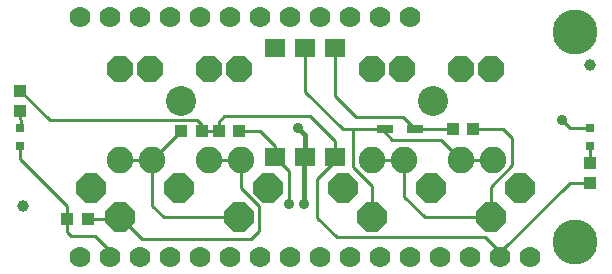
<source format=gbr>
G04 EAGLE Gerber RS-274X export*
G75*
%MOMM*%
%FSLAX34Y34*%
%LPD*%
%INTop Copper*%
%IPPOS*%
%AMOC8*
5,1,8,0,0,1.08239X$1,22.5*%
G01*
%ADD10C,3.810000*%
%ADD11C,1.778000*%
%ADD12C,1.000000*%
%ADD13P,2.705975X8X22.500000*%
%ADD14P,2.705975X8X292.500000*%
%ADD15P,2.364373X8X22.500000*%
%ADD16C,2.540000*%
%ADD17C,2.250000*%
%ADD18R,1.780000X1.520000*%
%ADD19R,1.075000X1.000000*%
%ADD20R,1.350000X0.800000*%
%ADD21R,0.800000X0.800000*%
%ADD22R,1.000000X1.075000*%
%ADD23C,0.406400*%
%ADD24C,0.906400*%
%ADD25C,0.254000*%


D10*
X482600Y203200D03*
X482600Y25400D03*
D11*
X342900Y215900D03*
X317500Y215900D03*
X292100Y215900D03*
X266700Y215900D03*
X241300Y215900D03*
X215900Y215900D03*
X190500Y215900D03*
X165100Y215900D03*
X139700Y215900D03*
X114300Y215900D03*
X88900Y215900D03*
X63500Y215900D03*
X342900Y12700D03*
X317500Y12700D03*
X292100Y12700D03*
X266700Y12700D03*
X241300Y12700D03*
X215900Y12700D03*
X190500Y12700D03*
X165100Y12700D03*
X139700Y12700D03*
X114300Y12700D03*
X88900Y12700D03*
X63500Y12700D03*
X368300Y12700D03*
X393700Y12700D03*
X419100Y12700D03*
X444500Y12700D03*
D12*
X15240Y55880D03*
X495300Y175260D03*
D13*
X222320Y71450D03*
D14*
X147320Y71450D03*
D13*
X72320Y71450D03*
X197320Y46450D03*
X97320Y46450D03*
D15*
X122320Y171450D03*
X97320Y171450D03*
X197320Y171450D03*
X172320Y171450D03*
D13*
X435680Y71450D03*
D14*
X360680Y71450D03*
D13*
X285680Y71450D03*
X410680Y46450D03*
X310680Y46450D03*
D15*
X335680Y171450D03*
X310680Y171450D03*
X410680Y171450D03*
X385680Y171450D03*
D16*
X361680Y144450D03*
D17*
X337680Y94450D03*
X385680Y94450D03*
X412680Y94450D03*
X310680Y94450D03*
D16*
X148320Y144450D03*
D17*
X124320Y94450D03*
X172320Y94450D03*
X199320Y94450D03*
X97320Y94450D03*
D18*
X279400Y189960D03*
X254000Y189960D03*
X228600Y189960D03*
X228600Y97060D03*
X254000Y97060D03*
X279400Y97060D03*
D19*
X148980Y119380D03*
X165980Y119380D03*
X378850Y120650D03*
X395850Y120650D03*
X180730Y119380D03*
X197730Y119380D03*
X69460Y44450D03*
X52460Y44450D03*
D20*
X346710Y120650D03*
X321310Y120650D03*
D21*
X495300Y121800D03*
X495300Y106800D03*
D22*
X495300Y75320D03*
X495300Y92320D03*
D21*
X12700Y106800D03*
X12700Y121800D03*
D22*
X12700Y153280D03*
X12700Y136280D03*
D23*
X254000Y115570D02*
X254000Y97060D01*
X254000Y115570D02*
X247650Y121920D01*
D24*
X247650Y121920D03*
X252944Y57150D03*
D23*
X252944Y96004D02*
X254000Y97060D01*
X252944Y96004D02*
X252944Y57150D01*
D25*
X37710Y128270D02*
X12700Y153280D01*
X165980Y124850D02*
X165980Y119380D01*
X162560Y128270D02*
X37710Y128270D01*
X162560Y128270D02*
X165980Y124850D01*
X165980Y119380D02*
X180730Y119380D01*
X419100Y16510D02*
X419100Y12700D01*
X477910Y75320D02*
X495300Y75320D01*
X477910Y75320D02*
X419100Y16510D01*
X180730Y119380D02*
X180730Y127390D01*
X185420Y132080D02*
X257810Y132080D01*
X279400Y110490D01*
X279400Y97060D01*
X185420Y132080D02*
X180730Y127390D01*
X279400Y97060D02*
X279400Y93980D01*
X264160Y78740D01*
X264160Y45720D01*
X406400Y29210D02*
X419100Y16510D01*
X280670Y29210D02*
X264160Y45720D01*
X280670Y29210D02*
X406400Y29210D01*
X254000Y152400D02*
X254000Y189960D01*
X285750Y120650D02*
X294640Y120650D01*
X321310Y120650D01*
X285750Y120650D02*
X254000Y152400D01*
X385680Y94450D02*
X412680Y94450D01*
X310680Y72860D02*
X310680Y46450D01*
X294640Y88900D02*
X294640Y120650D01*
X294640Y88900D02*
X310680Y72860D01*
X368370Y111760D02*
X385680Y94450D01*
X327660Y111760D02*
X321310Y118110D01*
X321310Y120650D01*
X327660Y111760D02*
X368370Y111760D01*
X337680Y94450D02*
X310680Y94450D01*
X410680Y71590D02*
X410680Y46450D01*
X429260Y90170D02*
X429260Y113030D01*
X421640Y120650D01*
X395850Y120650D01*
X429260Y90170D02*
X410680Y71590D01*
X337680Y63640D02*
X337680Y94450D01*
X354870Y46450D02*
X410680Y46450D01*
X354870Y46450D02*
X337680Y63640D01*
X279400Y148590D02*
X279400Y189960D01*
X336550Y130810D02*
X346710Y120650D01*
X297180Y130810D02*
X279400Y148590D01*
X297180Y130810D02*
X336550Y130810D01*
X346710Y120650D02*
X378850Y120650D01*
X215900Y119380D02*
X197730Y119380D01*
X228600Y106680D02*
X228600Y97060D01*
X228600Y106680D02*
X215900Y119380D01*
D24*
X240030Y57150D03*
D25*
X240030Y85630D01*
X228600Y97060D01*
X477640Y121800D02*
X495300Y121800D01*
X477640Y121800D02*
X471170Y128270D01*
D24*
X471170Y128270D03*
D25*
X12700Y106800D02*
X12700Y95250D01*
X52460Y55490D02*
X52460Y44450D01*
X52460Y55490D02*
X12700Y95250D01*
X52460Y44450D02*
X52460Y33900D01*
X55880Y30480D01*
X76200Y30480D01*
X88900Y17780D01*
X88900Y12700D01*
X97320Y94450D02*
X124320Y94450D01*
X148980Y119110D01*
X148980Y119380D01*
X133890Y46450D02*
X197320Y46450D01*
X124320Y56020D02*
X124320Y94450D01*
X124320Y56020D02*
X133890Y46450D01*
X95320Y44450D02*
X69460Y44450D01*
X95320Y44450D02*
X97320Y46450D01*
X172320Y94450D02*
X199320Y94450D01*
X199320Y71190D01*
X214630Y55880D02*
X214630Y34290D01*
X208280Y27940D01*
X115830Y27940D02*
X97320Y46450D01*
X199320Y71190D02*
X214630Y55880D01*
X208280Y27940D02*
X115830Y27940D01*
X495300Y92320D02*
X495300Y106800D01*
X13173Y122273D02*
X12700Y121800D01*
X13173Y122273D02*
X12700Y136280D01*
M02*

</source>
